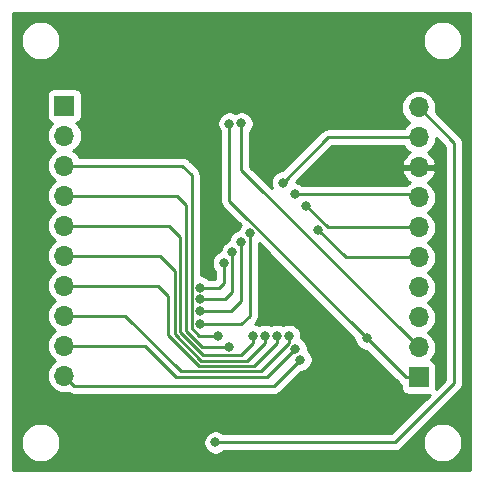
<source format=gbl>
G04 #@! TF.GenerationSoftware,KiCad,Pcbnew,(5.1.0)-1*
G04 #@! TF.CreationDate,2019-08-01T13:02:20+05:30*
G04 #@! TF.ProjectId,AR0135_STM32F746G-DISCO_adapter_rev1,41523031-3335-45f5-9354-4d3332463734,rev?*
G04 #@! TF.SameCoordinates,Original*
G04 #@! TF.FileFunction,Copper,L2,Bot*
G04 #@! TF.FilePolarity,Positive*
%FSLAX46Y46*%
G04 Gerber Fmt 4.6, Leading zero omitted, Abs format (unit mm)*
G04 Created by KiCad (PCBNEW (5.1.0)-1) date 2019-08-01 13:02:20*
%MOMM*%
%LPD*%
G04 APERTURE LIST*
%ADD10R,1.700000X1.700000*%
%ADD11O,1.700000X1.700000*%
%ADD12C,0.800000*%
%ADD13C,0.250000*%
%ADD14C,0.254000*%
G04 APERTURE END LIST*
D10*
X15000000Y-18500000D03*
D11*
X15000000Y-21040000D03*
X15000000Y-23580000D03*
X15000000Y-26120000D03*
X15000000Y-28660000D03*
X15000000Y-31200000D03*
X15000000Y-33740000D03*
X15000000Y-36280000D03*
X15000000Y-38820000D03*
X15000000Y-41360000D03*
X45000000Y-18640000D03*
X45000000Y-21180000D03*
X45000000Y-23720000D03*
X45000000Y-26260000D03*
X45000000Y-28800000D03*
X45000000Y-31340000D03*
X45000000Y-33880000D03*
X45000000Y-36420000D03*
X45000000Y-38960000D03*
D10*
X45000000Y-41500000D03*
D12*
X26200000Y-45000000D03*
X42000000Y-44000000D03*
X19500000Y-17000000D03*
X34800000Y-15000000D03*
X27975000Y-38000000D03*
X28975000Y-38900000D03*
X31000000Y-38000000D03*
X32012653Y-37987347D03*
X33031672Y-37981061D03*
X34031482Y-38000615D03*
X34563523Y-39058802D03*
X35000000Y-40000000D03*
X28987347Y-20012653D03*
X40600000Y-38200000D03*
X30000000Y-20000000D03*
X28512347Y-31800000D03*
X36487347Y-29012653D03*
X26500000Y-33899994D03*
X35500000Y-27000000D03*
X29237347Y-30900000D03*
X26500000Y-34899997D03*
X34500000Y-26000000D03*
X29962347Y-30019761D03*
X26500000Y-35900000D03*
X33500000Y-25000000D03*
X30687347Y-29312653D03*
X26500000Y-37000000D03*
X27800000Y-47000000D03*
D13*
X24980000Y-23580000D02*
X15000000Y-23580000D01*
X25774999Y-24374999D02*
X24980000Y-23580000D01*
X25774999Y-37348001D02*
X25774999Y-24374999D01*
X26426998Y-38000000D02*
X25774999Y-37348001D01*
X27975000Y-38000000D02*
X26426998Y-38000000D01*
X26690588Y-38900000D02*
X25324989Y-37534401D01*
X28975000Y-38900000D02*
X26690588Y-38900000D01*
X25324989Y-37534401D02*
X25324989Y-26924989D01*
X24520000Y-26120000D02*
X15000000Y-26120000D01*
X25324989Y-26924989D02*
X24520000Y-26120000D01*
X26779179Y-39625001D02*
X24800000Y-37645822D01*
X29940684Y-39625001D02*
X26779179Y-39625001D01*
X31000000Y-38000000D02*
X31000000Y-38565685D01*
X31000000Y-38565685D02*
X29940684Y-39625001D01*
X24800000Y-37645822D02*
X24800000Y-29600000D01*
X23860000Y-28660000D02*
X15000000Y-28660000D01*
X24800000Y-29600000D02*
X23860000Y-28660000D01*
X26592778Y-40075010D02*
X24349990Y-37832222D01*
X30490675Y-40075010D02*
X26592778Y-40075010D01*
X32012653Y-37987347D02*
X32012653Y-38553032D01*
X32012653Y-38553032D02*
X30490675Y-40075010D01*
X24349990Y-37832222D02*
X24349990Y-32449990D01*
X23100000Y-31200000D02*
X15000000Y-31200000D01*
X24349990Y-32449990D02*
X23100000Y-31200000D01*
X33031672Y-38546746D02*
X31053398Y-40525020D01*
X33031672Y-37981061D02*
X33031672Y-38546746D01*
X31053398Y-40525020D02*
X26406377Y-40525019D01*
X26406377Y-40525019D02*
X23800000Y-37918642D01*
X22940000Y-33740000D02*
X23800000Y-34600000D01*
X15000000Y-33740000D02*
X22940000Y-33740000D01*
X23800000Y-37918642D02*
X23800000Y-34600000D01*
X34031482Y-38000615D02*
X34031482Y-38566300D01*
X34031482Y-38566300D02*
X31622754Y-40975028D01*
X15000000Y-36280000D02*
X20180000Y-36280000D01*
X20180000Y-36280000D02*
X24875028Y-40975028D01*
X24875028Y-40975028D02*
X31622754Y-40975028D01*
X32197287Y-41425038D02*
X24425038Y-41425038D01*
X34563523Y-39058802D02*
X32197287Y-41425038D01*
X24425038Y-41425038D02*
X21800000Y-38800000D01*
X21780000Y-38820000D02*
X15000000Y-38820000D01*
X21800000Y-38800000D02*
X21780000Y-38820000D01*
X32790001Y-42209999D02*
X35000000Y-40000000D01*
X15000000Y-41360000D02*
X15849999Y-42209999D01*
X15849999Y-42209999D02*
X32790001Y-42209999D01*
X43900000Y-41500000D02*
X45000000Y-41500000D01*
X28987347Y-20012653D02*
X28987347Y-26587347D01*
X28987347Y-26587347D02*
X40600000Y-38200000D01*
X40600000Y-38200000D02*
X43900000Y-41500000D01*
X30000000Y-23960000D02*
X45000000Y-38960000D01*
X30000000Y-20000000D02*
X30000000Y-23960000D01*
X28512347Y-33487653D02*
X28512347Y-31800000D01*
X38814694Y-31340000D02*
X45000000Y-31340000D01*
X36487347Y-29012653D02*
X38814694Y-31340000D01*
X28100006Y-33899994D02*
X28512347Y-33487653D01*
X26500000Y-33899994D02*
X28100006Y-33899994D01*
X37300000Y-28800000D02*
X45000000Y-28800000D01*
X35500000Y-27000000D02*
X37300000Y-28800000D01*
X29237347Y-34262653D02*
X29237347Y-30900000D01*
X28600003Y-34899997D02*
X29237347Y-34262653D01*
X26500000Y-34899997D02*
X28600003Y-34899997D01*
X44740000Y-26000000D02*
X45000000Y-26260000D01*
X34500000Y-26000000D02*
X44740000Y-26000000D01*
X29962347Y-35037653D02*
X29962347Y-30019761D01*
X29100000Y-35900000D02*
X29962347Y-35037653D01*
X26500000Y-35900000D02*
X29100000Y-35900000D01*
X37320000Y-21180000D02*
X45000000Y-21180000D01*
X33500000Y-25000000D02*
X37320000Y-21180000D01*
X30687347Y-36312653D02*
X30687347Y-29312653D01*
X30000000Y-37000000D02*
X30687347Y-36312653D01*
X26500000Y-37000000D02*
X30000000Y-37000000D01*
X45000000Y-18640000D02*
X48000000Y-21640000D01*
X48000000Y-21640000D02*
X48000000Y-42000000D01*
X48000000Y-42000000D02*
X43000000Y-47000000D01*
X43000000Y-47000000D02*
X27800000Y-47000000D01*
D14*
G36*
X49340000Y-49340000D02*
G01*
X10660000Y-49340000D01*
X10660000Y-46854042D01*
X11295000Y-46854042D01*
X11295000Y-47185958D01*
X11359754Y-47511496D01*
X11486772Y-47818147D01*
X11671175Y-48094125D01*
X11905875Y-48328825D01*
X12181853Y-48513228D01*
X12488504Y-48640246D01*
X12814042Y-48705000D01*
X13145958Y-48705000D01*
X13471496Y-48640246D01*
X13778147Y-48513228D01*
X14054125Y-48328825D01*
X14288825Y-48094125D01*
X14473228Y-47818147D01*
X14600246Y-47511496D01*
X14665000Y-47185958D01*
X14665000Y-46854042D01*
X14600246Y-46528504D01*
X14473228Y-46221853D01*
X14288825Y-45945875D01*
X14054125Y-45711175D01*
X13778147Y-45526772D01*
X13471496Y-45399754D01*
X13145958Y-45335000D01*
X12814042Y-45335000D01*
X12488504Y-45399754D01*
X12181853Y-45526772D01*
X11905875Y-45711175D01*
X11671175Y-45945875D01*
X11486772Y-46221853D01*
X11359754Y-46528504D01*
X11295000Y-46854042D01*
X10660000Y-46854042D01*
X10660000Y-21040000D01*
X13507815Y-21040000D01*
X13536487Y-21331111D01*
X13621401Y-21611034D01*
X13759294Y-21869014D01*
X13944866Y-22095134D01*
X14170986Y-22280706D01*
X14225791Y-22310000D01*
X14170986Y-22339294D01*
X13944866Y-22524866D01*
X13759294Y-22750986D01*
X13621401Y-23008966D01*
X13536487Y-23288889D01*
X13507815Y-23580000D01*
X13536487Y-23871111D01*
X13621401Y-24151034D01*
X13759294Y-24409014D01*
X13944866Y-24635134D01*
X14170986Y-24820706D01*
X14225791Y-24850000D01*
X14170986Y-24879294D01*
X13944866Y-25064866D01*
X13759294Y-25290986D01*
X13621401Y-25548966D01*
X13536487Y-25828889D01*
X13507815Y-26120000D01*
X13536487Y-26411111D01*
X13621401Y-26691034D01*
X13759294Y-26949014D01*
X13944866Y-27175134D01*
X14170986Y-27360706D01*
X14225791Y-27390000D01*
X14170986Y-27419294D01*
X13944866Y-27604866D01*
X13759294Y-27830986D01*
X13621401Y-28088966D01*
X13536487Y-28368889D01*
X13507815Y-28660000D01*
X13536487Y-28951111D01*
X13621401Y-29231034D01*
X13759294Y-29489014D01*
X13944866Y-29715134D01*
X14170986Y-29900706D01*
X14225791Y-29930000D01*
X14170986Y-29959294D01*
X13944866Y-30144866D01*
X13759294Y-30370986D01*
X13621401Y-30628966D01*
X13536487Y-30908889D01*
X13507815Y-31200000D01*
X13536487Y-31491111D01*
X13621401Y-31771034D01*
X13759294Y-32029014D01*
X13944866Y-32255134D01*
X14170986Y-32440706D01*
X14225791Y-32470000D01*
X14170986Y-32499294D01*
X13944866Y-32684866D01*
X13759294Y-32910986D01*
X13621401Y-33168966D01*
X13536487Y-33448889D01*
X13507815Y-33740000D01*
X13536487Y-34031111D01*
X13621401Y-34311034D01*
X13759294Y-34569014D01*
X13944866Y-34795134D01*
X14170986Y-34980706D01*
X14225791Y-35010000D01*
X14170986Y-35039294D01*
X13944866Y-35224866D01*
X13759294Y-35450986D01*
X13621401Y-35708966D01*
X13536487Y-35988889D01*
X13507815Y-36280000D01*
X13536487Y-36571111D01*
X13621401Y-36851034D01*
X13759294Y-37109014D01*
X13944866Y-37335134D01*
X14170986Y-37520706D01*
X14225791Y-37550000D01*
X14170986Y-37579294D01*
X13944866Y-37764866D01*
X13759294Y-37990986D01*
X13621401Y-38248966D01*
X13536487Y-38528889D01*
X13507815Y-38820000D01*
X13536487Y-39111111D01*
X13621401Y-39391034D01*
X13759294Y-39649014D01*
X13944866Y-39875134D01*
X14170986Y-40060706D01*
X14225791Y-40090000D01*
X14170986Y-40119294D01*
X13944866Y-40304866D01*
X13759294Y-40530986D01*
X13621401Y-40788966D01*
X13536487Y-41068889D01*
X13507815Y-41360000D01*
X13536487Y-41651111D01*
X13621401Y-41931034D01*
X13759294Y-42189014D01*
X13944866Y-42415134D01*
X14170986Y-42600706D01*
X14428966Y-42738599D01*
X14708889Y-42823513D01*
X14927050Y-42845000D01*
X15072950Y-42845000D01*
X15291111Y-42823513D01*
X15370302Y-42799491D01*
X15425722Y-42844973D01*
X15557752Y-42915545D01*
X15701013Y-42959002D01*
X15812666Y-42969999D01*
X15812675Y-42969999D01*
X15849998Y-42973675D01*
X15887321Y-42969999D01*
X32752679Y-42969999D01*
X32790001Y-42973675D01*
X32827323Y-42969999D01*
X32827334Y-42969999D01*
X32938987Y-42959002D01*
X33082248Y-42915545D01*
X33214277Y-42844973D01*
X33330002Y-42750000D01*
X33353805Y-42720996D01*
X35039802Y-41035000D01*
X35101939Y-41035000D01*
X35301898Y-40995226D01*
X35490256Y-40917205D01*
X35659774Y-40803937D01*
X35803937Y-40659774D01*
X35917205Y-40490256D01*
X35995226Y-40301898D01*
X36035000Y-40101939D01*
X36035000Y-39898061D01*
X35995226Y-39698102D01*
X35917205Y-39509744D01*
X35803937Y-39340226D01*
X35659774Y-39196063D01*
X35598523Y-39155137D01*
X35598523Y-38956863D01*
X35558749Y-38756904D01*
X35480728Y-38568546D01*
X35367460Y-38399028D01*
X35223297Y-38254865D01*
X35058137Y-38144509D01*
X35066482Y-38102554D01*
X35066482Y-37898676D01*
X35026708Y-37698717D01*
X34948687Y-37510359D01*
X34835419Y-37340841D01*
X34691256Y-37196678D01*
X34521738Y-37083410D01*
X34333380Y-37005389D01*
X34133421Y-36965615D01*
X33929543Y-36965615D01*
X33729584Y-37005389D01*
X33547379Y-37080861D01*
X33521928Y-37063856D01*
X33333570Y-36985835D01*
X33133611Y-36946061D01*
X32929733Y-36946061D01*
X32729774Y-36985835D01*
X32541416Y-37063856D01*
X32517459Y-37079864D01*
X32502909Y-37070142D01*
X32314551Y-36992121D01*
X32114592Y-36952347D01*
X31910714Y-36952347D01*
X31710755Y-36992121D01*
X31522397Y-37070142D01*
X31496858Y-37087206D01*
X31490256Y-37082795D01*
X31301898Y-37004774D01*
X31108498Y-36966305D01*
X31198356Y-36876447D01*
X31227348Y-36852654D01*
X31251142Y-36823661D01*
X31251146Y-36823657D01*
X31322320Y-36736930D01*
X31322321Y-36736929D01*
X31392893Y-36604900D01*
X31436350Y-36461639D01*
X31447347Y-36349986D01*
X31447347Y-36349977D01*
X31451023Y-36312654D01*
X31447347Y-36275331D01*
X31447347Y-30122148D01*
X39565000Y-38239802D01*
X39565000Y-38301939D01*
X39604774Y-38501898D01*
X39682795Y-38690256D01*
X39796063Y-38859774D01*
X39940226Y-39003937D01*
X40109744Y-39117205D01*
X40298102Y-39195226D01*
X40498061Y-39235000D01*
X40560199Y-39235000D01*
X43336201Y-42011003D01*
X43359999Y-42040001D01*
X43475724Y-42134974D01*
X43511928Y-42154326D01*
X43511928Y-42350000D01*
X43524188Y-42474482D01*
X43560498Y-42594180D01*
X43619463Y-42704494D01*
X43698815Y-42801185D01*
X43795506Y-42880537D01*
X43905820Y-42939502D01*
X44025518Y-42975812D01*
X44150000Y-42988072D01*
X45850000Y-42988072D01*
X45946645Y-42978554D01*
X42685199Y-46240000D01*
X28503711Y-46240000D01*
X28459774Y-46196063D01*
X28290256Y-46082795D01*
X28101898Y-46004774D01*
X27901939Y-45965000D01*
X27698061Y-45965000D01*
X27498102Y-46004774D01*
X27309744Y-46082795D01*
X27140226Y-46196063D01*
X26996063Y-46340226D01*
X26882795Y-46509744D01*
X26804774Y-46698102D01*
X26765000Y-46898061D01*
X26765000Y-47101939D01*
X26804774Y-47301898D01*
X26882795Y-47490256D01*
X26996063Y-47659774D01*
X27140226Y-47803937D01*
X27309744Y-47917205D01*
X27498102Y-47995226D01*
X27698061Y-48035000D01*
X27901939Y-48035000D01*
X28101898Y-47995226D01*
X28290256Y-47917205D01*
X28459774Y-47803937D01*
X28503711Y-47760000D01*
X42962678Y-47760000D01*
X43000000Y-47763676D01*
X43037322Y-47760000D01*
X43037333Y-47760000D01*
X43148986Y-47749003D01*
X43292247Y-47705546D01*
X43424276Y-47634974D01*
X43540001Y-47540001D01*
X43563804Y-47510997D01*
X44220759Y-46854042D01*
X45335000Y-46854042D01*
X45335000Y-47185958D01*
X45399754Y-47511496D01*
X45526772Y-47818147D01*
X45711175Y-48094125D01*
X45945875Y-48328825D01*
X46221853Y-48513228D01*
X46528504Y-48640246D01*
X46854042Y-48705000D01*
X47185958Y-48705000D01*
X47511496Y-48640246D01*
X47818147Y-48513228D01*
X48094125Y-48328825D01*
X48328825Y-48094125D01*
X48513228Y-47818147D01*
X48640246Y-47511496D01*
X48705000Y-47185958D01*
X48705000Y-46854042D01*
X48640246Y-46528504D01*
X48513228Y-46221853D01*
X48328825Y-45945875D01*
X48094125Y-45711175D01*
X47818147Y-45526772D01*
X47511496Y-45399754D01*
X47185958Y-45335000D01*
X46854042Y-45335000D01*
X46528504Y-45399754D01*
X46221853Y-45526772D01*
X45945875Y-45711175D01*
X45711175Y-45945875D01*
X45526772Y-46221853D01*
X45399754Y-46528504D01*
X45335000Y-46854042D01*
X44220759Y-46854042D01*
X48511003Y-42563799D01*
X48540001Y-42540001D01*
X48634974Y-42424276D01*
X48705546Y-42292247D01*
X48749003Y-42148986D01*
X48760000Y-42037333D01*
X48760000Y-42037323D01*
X48763676Y-42000000D01*
X48760000Y-41962677D01*
X48760000Y-21677325D01*
X48763676Y-21640000D01*
X48760000Y-21602675D01*
X48760000Y-21602667D01*
X48749003Y-21491014D01*
X48705546Y-21347753D01*
X48634974Y-21215724D01*
X48540001Y-21099999D01*
X48511004Y-21076202D01*
X46440797Y-19005996D01*
X46463513Y-18931111D01*
X46492185Y-18640000D01*
X46463513Y-18348889D01*
X46378599Y-18068966D01*
X46240706Y-17810986D01*
X46055134Y-17584866D01*
X45829014Y-17399294D01*
X45571034Y-17261401D01*
X45291111Y-17176487D01*
X45072950Y-17155000D01*
X44927050Y-17155000D01*
X44708889Y-17176487D01*
X44428966Y-17261401D01*
X44170986Y-17399294D01*
X43944866Y-17584866D01*
X43759294Y-17810986D01*
X43621401Y-18068966D01*
X43536487Y-18348889D01*
X43507815Y-18640000D01*
X43536487Y-18931111D01*
X43621401Y-19211034D01*
X43759294Y-19469014D01*
X43944866Y-19695134D01*
X44170986Y-19880706D01*
X44225791Y-19910000D01*
X44170986Y-19939294D01*
X43944866Y-20124866D01*
X43759294Y-20350986D01*
X43722405Y-20420000D01*
X37357323Y-20420000D01*
X37320000Y-20416324D01*
X37282677Y-20420000D01*
X37282667Y-20420000D01*
X37171014Y-20430997D01*
X37027753Y-20474454D01*
X36895724Y-20545026D01*
X36779999Y-20639999D01*
X36756201Y-20668997D01*
X33460199Y-23965000D01*
X33398061Y-23965000D01*
X33198102Y-24004774D01*
X33009744Y-24082795D01*
X32840226Y-24196063D01*
X32696063Y-24340226D01*
X32582795Y-24509744D01*
X32504774Y-24698102D01*
X32465000Y-24898061D01*
X32465000Y-25101939D01*
X32504774Y-25301898D01*
X32567053Y-25452252D01*
X30760000Y-23645199D01*
X30760000Y-20703711D01*
X30803937Y-20659774D01*
X30917205Y-20490256D01*
X30995226Y-20301898D01*
X31035000Y-20101939D01*
X31035000Y-19898061D01*
X30995226Y-19698102D01*
X30917205Y-19509744D01*
X30803937Y-19340226D01*
X30659774Y-19196063D01*
X30490256Y-19082795D01*
X30301898Y-19004774D01*
X30101939Y-18965000D01*
X29898061Y-18965000D01*
X29698102Y-19004774D01*
X29509744Y-19082795D01*
X29484205Y-19099859D01*
X29477603Y-19095448D01*
X29289245Y-19017427D01*
X29089286Y-18977653D01*
X28885408Y-18977653D01*
X28685449Y-19017427D01*
X28497091Y-19095448D01*
X28327573Y-19208716D01*
X28183410Y-19352879D01*
X28070142Y-19522397D01*
X27992121Y-19710755D01*
X27952347Y-19910714D01*
X27952347Y-20114592D01*
X27992121Y-20314551D01*
X28070142Y-20502909D01*
X28183410Y-20672427D01*
X28227347Y-20716364D01*
X28227348Y-26550015D01*
X28223671Y-26587347D01*
X28227348Y-26624680D01*
X28238345Y-26736333D01*
X28244000Y-26754974D01*
X28281801Y-26879593D01*
X28352373Y-27011623D01*
X28403544Y-27073974D01*
X28447347Y-27127348D01*
X28476345Y-27151146D01*
X29930744Y-28605545D01*
X29883410Y-28652879D01*
X29770142Y-28822397D01*
X29692121Y-29010755D01*
X29690572Y-29018543D01*
X29660449Y-29024535D01*
X29472091Y-29102556D01*
X29302573Y-29215824D01*
X29158410Y-29359987D01*
X29045142Y-29529505D01*
X28967121Y-29717863D01*
X28929448Y-29907260D01*
X28747091Y-29982795D01*
X28577573Y-30096063D01*
X28433410Y-30240226D01*
X28320142Y-30409744D01*
X28242121Y-30598102D01*
X28202347Y-30798061D01*
X28202347Y-30808130D01*
X28022091Y-30882795D01*
X27852573Y-30996063D01*
X27708410Y-31140226D01*
X27595142Y-31309744D01*
X27517121Y-31498102D01*
X27477347Y-31698061D01*
X27477347Y-31901939D01*
X27517121Y-32101898D01*
X27595142Y-32290256D01*
X27708410Y-32459774D01*
X27752348Y-32503712D01*
X27752347Y-33139994D01*
X27203711Y-33139994D01*
X27159774Y-33096057D01*
X26990256Y-32982789D01*
X26801898Y-32904768D01*
X26601939Y-32864994D01*
X26534999Y-32864994D01*
X26534999Y-24412321D01*
X26538675Y-24374998D01*
X26534999Y-24337675D01*
X26534999Y-24337666D01*
X26524002Y-24226013D01*
X26480545Y-24082752D01*
X26409973Y-23950723D01*
X26315000Y-23834998D01*
X26286001Y-23811200D01*
X25543803Y-23069002D01*
X25520001Y-23039999D01*
X25404276Y-22945026D01*
X25272247Y-22874454D01*
X25128986Y-22830997D01*
X25017333Y-22820000D01*
X25017322Y-22820000D01*
X24980000Y-22816324D01*
X24942678Y-22820000D01*
X16277595Y-22820000D01*
X16240706Y-22750986D01*
X16055134Y-22524866D01*
X15829014Y-22339294D01*
X15774209Y-22310000D01*
X15829014Y-22280706D01*
X16055134Y-22095134D01*
X16240706Y-21869014D01*
X16378599Y-21611034D01*
X16463513Y-21331111D01*
X16492185Y-21040000D01*
X16463513Y-20748889D01*
X16378599Y-20468966D01*
X16240706Y-20210986D01*
X16055134Y-19984866D01*
X16025313Y-19960393D01*
X16094180Y-19939502D01*
X16204494Y-19880537D01*
X16301185Y-19801185D01*
X16380537Y-19704494D01*
X16439502Y-19594180D01*
X16475812Y-19474482D01*
X16488072Y-19350000D01*
X16488072Y-17650000D01*
X16475812Y-17525518D01*
X16439502Y-17405820D01*
X16380537Y-17295506D01*
X16301185Y-17198815D01*
X16204494Y-17119463D01*
X16094180Y-17060498D01*
X15974482Y-17024188D01*
X15850000Y-17011928D01*
X14150000Y-17011928D01*
X14025518Y-17024188D01*
X13905820Y-17060498D01*
X13795506Y-17119463D01*
X13698815Y-17198815D01*
X13619463Y-17295506D01*
X13560498Y-17405820D01*
X13524188Y-17525518D01*
X13511928Y-17650000D01*
X13511928Y-19350000D01*
X13524188Y-19474482D01*
X13560498Y-19594180D01*
X13619463Y-19704494D01*
X13698815Y-19801185D01*
X13795506Y-19880537D01*
X13905820Y-19939502D01*
X13974687Y-19960393D01*
X13944866Y-19984866D01*
X13759294Y-20210986D01*
X13621401Y-20468966D01*
X13536487Y-20748889D01*
X13507815Y-21040000D01*
X10660000Y-21040000D01*
X10660000Y-12814042D01*
X11295000Y-12814042D01*
X11295000Y-13145958D01*
X11359754Y-13471496D01*
X11486772Y-13778147D01*
X11671175Y-14054125D01*
X11905875Y-14288825D01*
X12181853Y-14473228D01*
X12488504Y-14600246D01*
X12814042Y-14665000D01*
X13145958Y-14665000D01*
X13471496Y-14600246D01*
X13778147Y-14473228D01*
X14054125Y-14288825D01*
X14288825Y-14054125D01*
X14473228Y-13778147D01*
X14600246Y-13471496D01*
X14665000Y-13145958D01*
X14665000Y-12814042D01*
X45335000Y-12814042D01*
X45335000Y-13145958D01*
X45399754Y-13471496D01*
X45526772Y-13778147D01*
X45711175Y-14054125D01*
X45945875Y-14288825D01*
X46221853Y-14473228D01*
X46528504Y-14600246D01*
X46854042Y-14665000D01*
X47185958Y-14665000D01*
X47511496Y-14600246D01*
X47818147Y-14473228D01*
X48094125Y-14288825D01*
X48328825Y-14054125D01*
X48513228Y-13778147D01*
X48640246Y-13471496D01*
X48705000Y-13145958D01*
X48705000Y-12814042D01*
X48640246Y-12488504D01*
X48513228Y-12181853D01*
X48328825Y-11905875D01*
X48094125Y-11671175D01*
X47818147Y-11486772D01*
X47511496Y-11359754D01*
X47185958Y-11295000D01*
X46854042Y-11295000D01*
X46528504Y-11359754D01*
X46221853Y-11486772D01*
X45945875Y-11671175D01*
X45711175Y-11905875D01*
X45526772Y-12181853D01*
X45399754Y-12488504D01*
X45335000Y-12814042D01*
X14665000Y-12814042D01*
X14600246Y-12488504D01*
X14473228Y-12181853D01*
X14288825Y-11905875D01*
X14054125Y-11671175D01*
X13778147Y-11486772D01*
X13471496Y-11359754D01*
X13145958Y-11295000D01*
X12814042Y-11295000D01*
X12488504Y-11359754D01*
X12181853Y-11486772D01*
X11905875Y-11671175D01*
X11671175Y-11905875D01*
X11486772Y-12181853D01*
X11359754Y-12488504D01*
X11295000Y-12814042D01*
X10660000Y-12814042D01*
X10660000Y-10660000D01*
X49340001Y-10660000D01*
X49340000Y-49340000D01*
X49340000Y-49340000D01*
G37*
X49340000Y-49340000D02*
X10660000Y-49340000D01*
X10660000Y-46854042D01*
X11295000Y-46854042D01*
X11295000Y-47185958D01*
X11359754Y-47511496D01*
X11486772Y-47818147D01*
X11671175Y-48094125D01*
X11905875Y-48328825D01*
X12181853Y-48513228D01*
X12488504Y-48640246D01*
X12814042Y-48705000D01*
X13145958Y-48705000D01*
X13471496Y-48640246D01*
X13778147Y-48513228D01*
X14054125Y-48328825D01*
X14288825Y-48094125D01*
X14473228Y-47818147D01*
X14600246Y-47511496D01*
X14665000Y-47185958D01*
X14665000Y-46854042D01*
X14600246Y-46528504D01*
X14473228Y-46221853D01*
X14288825Y-45945875D01*
X14054125Y-45711175D01*
X13778147Y-45526772D01*
X13471496Y-45399754D01*
X13145958Y-45335000D01*
X12814042Y-45335000D01*
X12488504Y-45399754D01*
X12181853Y-45526772D01*
X11905875Y-45711175D01*
X11671175Y-45945875D01*
X11486772Y-46221853D01*
X11359754Y-46528504D01*
X11295000Y-46854042D01*
X10660000Y-46854042D01*
X10660000Y-21040000D01*
X13507815Y-21040000D01*
X13536487Y-21331111D01*
X13621401Y-21611034D01*
X13759294Y-21869014D01*
X13944866Y-22095134D01*
X14170986Y-22280706D01*
X14225791Y-22310000D01*
X14170986Y-22339294D01*
X13944866Y-22524866D01*
X13759294Y-22750986D01*
X13621401Y-23008966D01*
X13536487Y-23288889D01*
X13507815Y-23580000D01*
X13536487Y-23871111D01*
X13621401Y-24151034D01*
X13759294Y-24409014D01*
X13944866Y-24635134D01*
X14170986Y-24820706D01*
X14225791Y-24850000D01*
X14170986Y-24879294D01*
X13944866Y-25064866D01*
X13759294Y-25290986D01*
X13621401Y-25548966D01*
X13536487Y-25828889D01*
X13507815Y-26120000D01*
X13536487Y-26411111D01*
X13621401Y-26691034D01*
X13759294Y-26949014D01*
X13944866Y-27175134D01*
X14170986Y-27360706D01*
X14225791Y-27390000D01*
X14170986Y-27419294D01*
X13944866Y-27604866D01*
X13759294Y-27830986D01*
X13621401Y-28088966D01*
X13536487Y-28368889D01*
X13507815Y-28660000D01*
X13536487Y-28951111D01*
X13621401Y-29231034D01*
X13759294Y-29489014D01*
X13944866Y-29715134D01*
X14170986Y-29900706D01*
X14225791Y-29930000D01*
X14170986Y-29959294D01*
X13944866Y-30144866D01*
X13759294Y-30370986D01*
X13621401Y-30628966D01*
X13536487Y-30908889D01*
X13507815Y-31200000D01*
X13536487Y-31491111D01*
X13621401Y-31771034D01*
X13759294Y-32029014D01*
X13944866Y-32255134D01*
X14170986Y-32440706D01*
X14225791Y-32470000D01*
X14170986Y-32499294D01*
X13944866Y-32684866D01*
X13759294Y-32910986D01*
X13621401Y-33168966D01*
X13536487Y-33448889D01*
X13507815Y-33740000D01*
X13536487Y-34031111D01*
X13621401Y-34311034D01*
X13759294Y-34569014D01*
X13944866Y-34795134D01*
X14170986Y-34980706D01*
X14225791Y-35010000D01*
X14170986Y-35039294D01*
X13944866Y-35224866D01*
X13759294Y-35450986D01*
X13621401Y-35708966D01*
X13536487Y-35988889D01*
X13507815Y-36280000D01*
X13536487Y-36571111D01*
X13621401Y-36851034D01*
X13759294Y-37109014D01*
X13944866Y-37335134D01*
X14170986Y-37520706D01*
X14225791Y-37550000D01*
X14170986Y-37579294D01*
X13944866Y-37764866D01*
X13759294Y-37990986D01*
X13621401Y-38248966D01*
X13536487Y-38528889D01*
X13507815Y-38820000D01*
X13536487Y-39111111D01*
X13621401Y-39391034D01*
X13759294Y-39649014D01*
X13944866Y-39875134D01*
X14170986Y-40060706D01*
X14225791Y-40090000D01*
X14170986Y-40119294D01*
X13944866Y-40304866D01*
X13759294Y-40530986D01*
X13621401Y-40788966D01*
X13536487Y-41068889D01*
X13507815Y-41360000D01*
X13536487Y-41651111D01*
X13621401Y-41931034D01*
X13759294Y-42189014D01*
X13944866Y-42415134D01*
X14170986Y-42600706D01*
X14428966Y-42738599D01*
X14708889Y-42823513D01*
X14927050Y-42845000D01*
X15072950Y-42845000D01*
X15291111Y-42823513D01*
X15370302Y-42799491D01*
X15425722Y-42844973D01*
X15557752Y-42915545D01*
X15701013Y-42959002D01*
X15812666Y-42969999D01*
X15812675Y-42969999D01*
X15849998Y-42973675D01*
X15887321Y-42969999D01*
X32752679Y-42969999D01*
X32790001Y-42973675D01*
X32827323Y-42969999D01*
X32827334Y-42969999D01*
X32938987Y-42959002D01*
X33082248Y-42915545D01*
X33214277Y-42844973D01*
X33330002Y-42750000D01*
X33353805Y-42720996D01*
X35039802Y-41035000D01*
X35101939Y-41035000D01*
X35301898Y-40995226D01*
X35490256Y-40917205D01*
X35659774Y-40803937D01*
X35803937Y-40659774D01*
X35917205Y-40490256D01*
X35995226Y-40301898D01*
X36035000Y-40101939D01*
X36035000Y-39898061D01*
X35995226Y-39698102D01*
X35917205Y-39509744D01*
X35803937Y-39340226D01*
X35659774Y-39196063D01*
X35598523Y-39155137D01*
X35598523Y-38956863D01*
X35558749Y-38756904D01*
X35480728Y-38568546D01*
X35367460Y-38399028D01*
X35223297Y-38254865D01*
X35058137Y-38144509D01*
X35066482Y-38102554D01*
X35066482Y-37898676D01*
X35026708Y-37698717D01*
X34948687Y-37510359D01*
X34835419Y-37340841D01*
X34691256Y-37196678D01*
X34521738Y-37083410D01*
X34333380Y-37005389D01*
X34133421Y-36965615D01*
X33929543Y-36965615D01*
X33729584Y-37005389D01*
X33547379Y-37080861D01*
X33521928Y-37063856D01*
X33333570Y-36985835D01*
X33133611Y-36946061D01*
X32929733Y-36946061D01*
X32729774Y-36985835D01*
X32541416Y-37063856D01*
X32517459Y-37079864D01*
X32502909Y-37070142D01*
X32314551Y-36992121D01*
X32114592Y-36952347D01*
X31910714Y-36952347D01*
X31710755Y-36992121D01*
X31522397Y-37070142D01*
X31496858Y-37087206D01*
X31490256Y-37082795D01*
X31301898Y-37004774D01*
X31108498Y-36966305D01*
X31198356Y-36876447D01*
X31227348Y-36852654D01*
X31251142Y-36823661D01*
X31251146Y-36823657D01*
X31322320Y-36736930D01*
X31322321Y-36736929D01*
X31392893Y-36604900D01*
X31436350Y-36461639D01*
X31447347Y-36349986D01*
X31447347Y-36349977D01*
X31451023Y-36312654D01*
X31447347Y-36275331D01*
X31447347Y-30122148D01*
X39565000Y-38239802D01*
X39565000Y-38301939D01*
X39604774Y-38501898D01*
X39682795Y-38690256D01*
X39796063Y-38859774D01*
X39940226Y-39003937D01*
X40109744Y-39117205D01*
X40298102Y-39195226D01*
X40498061Y-39235000D01*
X40560199Y-39235000D01*
X43336201Y-42011003D01*
X43359999Y-42040001D01*
X43475724Y-42134974D01*
X43511928Y-42154326D01*
X43511928Y-42350000D01*
X43524188Y-42474482D01*
X43560498Y-42594180D01*
X43619463Y-42704494D01*
X43698815Y-42801185D01*
X43795506Y-42880537D01*
X43905820Y-42939502D01*
X44025518Y-42975812D01*
X44150000Y-42988072D01*
X45850000Y-42988072D01*
X45946645Y-42978554D01*
X42685199Y-46240000D01*
X28503711Y-46240000D01*
X28459774Y-46196063D01*
X28290256Y-46082795D01*
X28101898Y-46004774D01*
X27901939Y-45965000D01*
X27698061Y-45965000D01*
X27498102Y-46004774D01*
X27309744Y-46082795D01*
X27140226Y-46196063D01*
X26996063Y-46340226D01*
X26882795Y-46509744D01*
X26804774Y-46698102D01*
X26765000Y-46898061D01*
X26765000Y-47101939D01*
X26804774Y-47301898D01*
X26882795Y-47490256D01*
X26996063Y-47659774D01*
X27140226Y-47803937D01*
X27309744Y-47917205D01*
X27498102Y-47995226D01*
X27698061Y-48035000D01*
X27901939Y-48035000D01*
X28101898Y-47995226D01*
X28290256Y-47917205D01*
X28459774Y-47803937D01*
X28503711Y-47760000D01*
X42962678Y-47760000D01*
X43000000Y-47763676D01*
X43037322Y-47760000D01*
X43037333Y-47760000D01*
X43148986Y-47749003D01*
X43292247Y-47705546D01*
X43424276Y-47634974D01*
X43540001Y-47540001D01*
X43563804Y-47510997D01*
X44220759Y-46854042D01*
X45335000Y-46854042D01*
X45335000Y-47185958D01*
X45399754Y-47511496D01*
X45526772Y-47818147D01*
X45711175Y-48094125D01*
X45945875Y-48328825D01*
X46221853Y-48513228D01*
X46528504Y-48640246D01*
X46854042Y-48705000D01*
X47185958Y-48705000D01*
X47511496Y-48640246D01*
X47818147Y-48513228D01*
X48094125Y-48328825D01*
X48328825Y-48094125D01*
X48513228Y-47818147D01*
X48640246Y-47511496D01*
X48705000Y-47185958D01*
X48705000Y-46854042D01*
X48640246Y-46528504D01*
X48513228Y-46221853D01*
X48328825Y-45945875D01*
X48094125Y-45711175D01*
X47818147Y-45526772D01*
X47511496Y-45399754D01*
X47185958Y-45335000D01*
X46854042Y-45335000D01*
X46528504Y-45399754D01*
X46221853Y-45526772D01*
X45945875Y-45711175D01*
X45711175Y-45945875D01*
X45526772Y-46221853D01*
X45399754Y-46528504D01*
X45335000Y-46854042D01*
X44220759Y-46854042D01*
X48511003Y-42563799D01*
X48540001Y-42540001D01*
X48634974Y-42424276D01*
X48705546Y-42292247D01*
X48749003Y-42148986D01*
X48760000Y-42037333D01*
X48760000Y-42037323D01*
X48763676Y-42000000D01*
X48760000Y-41962677D01*
X48760000Y-21677325D01*
X48763676Y-21640000D01*
X48760000Y-21602675D01*
X48760000Y-21602667D01*
X48749003Y-21491014D01*
X48705546Y-21347753D01*
X48634974Y-21215724D01*
X48540001Y-21099999D01*
X48511004Y-21076202D01*
X46440797Y-19005996D01*
X46463513Y-18931111D01*
X46492185Y-18640000D01*
X46463513Y-18348889D01*
X46378599Y-18068966D01*
X46240706Y-17810986D01*
X46055134Y-17584866D01*
X45829014Y-17399294D01*
X45571034Y-17261401D01*
X45291111Y-17176487D01*
X45072950Y-17155000D01*
X44927050Y-17155000D01*
X44708889Y-17176487D01*
X44428966Y-17261401D01*
X44170986Y-17399294D01*
X43944866Y-17584866D01*
X43759294Y-17810986D01*
X43621401Y-18068966D01*
X43536487Y-18348889D01*
X43507815Y-18640000D01*
X43536487Y-18931111D01*
X43621401Y-19211034D01*
X43759294Y-19469014D01*
X43944866Y-19695134D01*
X44170986Y-19880706D01*
X44225791Y-19910000D01*
X44170986Y-19939294D01*
X43944866Y-20124866D01*
X43759294Y-20350986D01*
X43722405Y-20420000D01*
X37357323Y-20420000D01*
X37320000Y-20416324D01*
X37282677Y-20420000D01*
X37282667Y-20420000D01*
X37171014Y-20430997D01*
X37027753Y-20474454D01*
X36895724Y-20545026D01*
X36779999Y-20639999D01*
X36756201Y-20668997D01*
X33460199Y-23965000D01*
X33398061Y-23965000D01*
X33198102Y-24004774D01*
X33009744Y-24082795D01*
X32840226Y-24196063D01*
X32696063Y-24340226D01*
X32582795Y-24509744D01*
X32504774Y-24698102D01*
X32465000Y-24898061D01*
X32465000Y-25101939D01*
X32504774Y-25301898D01*
X32567053Y-25452252D01*
X30760000Y-23645199D01*
X30760000Y-20703711D01*
X30803937Y-20659774D01*
X30917205Y-20490256D01*
X30995226Y-20301898D01*
X31035000Y-20101939D01*
X31035000Y-19898061D01*
X30995226Y-19698102D01*
X30917205Y-19509744D01*
X30803937Y-19340226D01*
X30659774Y-19196063D01*
X30490256Y-19082795D01*
X30301898Y-19004774D01*
X30101939Y-18965000D01*
X29898061Y-18965000D01*
X29698102Y-19004774D01*
X29509744Y-19082795D01*
X29484205Y-19099859D01*
X29477603Y-19095448D01*
X29289245Y-19017427D01*
X29089286Y-18977653D01*
X28885408Y-18977653D01*
X28685449Y-19017427D01*
X28497091Y-19095448D01*
X28327573Y-19208716D01*
X28183410Y-19352879D01*
X28070142Y-19522397D01*
X27992121Y-19710755D01*
X27952347Y-19910714D01*
X27952347Y-20114592D01*
X27992121Y-20314551D01*
X28070142Y-20502909D01*
X28183410Y-20672427D01*
X28227347Y-20716364D01*
X28227348Y-26550015D01*
X28223671Y-26587347D01*
X28227348Y-26624680D01*
X28238345Y-26736333D01*
X28244000Y-26754974D01*
X28281801Y-26879593D01*
X28352373Y-27011623D01*
X28403544Y-27073974D01*
X28447347Y-27127348D01*
X28476345Y-27151146D01*
X29930744Y-28605545D01*
X29883410Y-28652879D01*
X29770142Y-28822397D01*
X29692121Y-29010755D01*
X29690572Y-29018543D01*
X29660449Y-29024535D01*
X29472091Y-29102556D01*
X29302573Y-29215824D01*
X29158410Y-29359987D01*
X29045142Y-29529505D01*
X28967121Y-29717863D01*
X28929448Y-29907260D01*
X28747091Y-29982795D01*
X28577573Y-30096063D01*
X28433410Y-30240226D01*
X28320142Y-30409744D01*
X28242121Y-30598102D01*
X28202347Y-30798061D01*
X28202347Y-30808130D01*
X28022091Y-30882795D01*
X27852573Y-30996063D01*
X27708410Y-31140226D01*
X27595142Y-31309744D01*
X27517121Y-31498102D01*
X27477347Y-31698061D01*
X27477347Y-31901939D01*
X27517121Y-32101898D01*
X27595142Y-32290256D01*
X27708410Y-32459774D01*
X27752348Y-32503712D01*
X27752347Y-33139994D01*
X27203711Y-33139994D01*
X27159774Y-33096057D01*
X26990256Y-32982789D01*
X26801898Y-32904768D01*
X26601939Y-32864994D01*
X26534999Y-32864994D01*
X26534999Y-24412321D01*
X26538675Y-24374998D01*
X26534999Y-24337675D01*
X26534999Y-24337666D01*
X26524002Y-24226013D01*
X26480545Y-24082752D01*
X26409973Y-23950723D01*
X26315000Y-23834998D01*
X26286001Y-23811200D01*
X25543803Y-23069002D01*
X25520001Y-23039999D01*
X25404276Y-22945026D01*
X25272247Y-22874454D01*
X25128986Y-22830997D01*
X25017333Y-22820000D01*
X25017322Y-22820000D01*
X24980000Y-22816324D01*
X24942678Y-22820000D01*
X16277595Y-22820000D01*
X16240706Y-22750986D01*
X16055134Y-22524866D01*
X15829014Y-22339294D01*
X15774209Y-22310000D01*
X15829014Y-22280706D01*
X16055134Y-22095134D01*
X16240706Y-21869014D01*
X16378599Y-21611034D01*
X16463513Y-21331111D01*
X16492185Y-21040000D01*
X16463513Y-20748889D01*
X16378599Y-20468966D01*
X16240706Y-20210986D01*
X16055134Y-19984866D01*
X16025313Y-19960393D01*
X16094180Y-19939502D01*
X16204494Y-19880537D01*
X16301185Y-19801185D01*
X16380537Y-19704494D01*
X16439502Y-19594180D01*
X16475812Y-19474482D01*
X16488072Y-19350000D01*
X16488072Y-17650000D01*
X16475812Y-17525518D01*
X16439502Y-17405820D01*
X16380537Y-17295506D01*
X16301185Y-17198815D01*
X16204494Y-17119463D01*
X16094180Y-17060498D01*
X15974482Y-17024188D01*
X15850000Y-17011928D01*
X14150000Y-17011928D01*
X14025518Y-17024188D01*
X13905820Y-17060498D01*
X13795506Y-17119463D01*
X13698815Y-17198815D01*
X13619463Y-17295506D01*
X13560498Y-17405820D01*
X13524188Y-17525518D01*
X13511928Y-17650000D01*
X13511928Y-19350000D01*
X13524188Y-19474482D01*
X13560498Y-19594180D01*
X13619463Y-19704494D01*
X13698815Y-19801185D01*
X13795506Y-19880537D01*
X13905820Y-19939502D01*
X13974687Y-19960393D01*
X13944866Y-19984866D01*
X13759294Y-20210986D01*
X13621401Y-20468966D01*
X13536487Y-20748889D01*
X13507815Y-21040000D01*
X10660000Y-21040000D01*
X10660000Y-12814042D01*
X11295000Y-12814042D01*
X11295000Y-13145958D01*
X11359754Y-13471496D01*
X11486772Y-13778147D01*
X11671175Y-14054125D01*
X11905875Y-14288825D01*
X12181853Y-14473228D01*
X12488504Y-14600246D01*
X12814042Y-14665000D01*
X13145958Y-14665000D01*
X13471496Y-14600246D01*
X13778147Y-14473228D01*
X14054125Y-14288825D01*
X14288825Y-14054125D01*
X14473228Y-13778147D01*
X14600246Y-13471496D01*
X14665000Y-13145958D01*
X14665000Y-12814042D01*
X45335000Y-12814042D01*
X45335000Y-13145958D01*
X45399754Y-13471496D01*
X45526772Y-13778147D01*
X45711175Y-14054125D01*
X45945875Y-14288825D01*
X46221853Y-14473228D01*
X46528504Y-14600246D01*
X46854042Y-14665000D01*
X47185958Y-14665000D01*
X47511496Y-14600246D01*
X47818147Y-14473228D01*
X48094125Y-14288825D01*
X48328825Y-14054125D01*
X48513228Y-13778147D01*
X48640246Y-13471496D01*
X48705000Y-13145958D01*
X48705000Y-12814042D01*
X48640246Y-12488504D01*
X48513228Y-12181853D01*
X48328825Y-11905875D01*
X48094125Y-11671175D01*
X47818147Y-11486772D01*
X47511496Y-11359754D01*
X47185958Y-11295000D01*
X46854042Y-11295000D01*
X46528504Y-11359754D01*
X46221853Y-11486772D01*
X45945875Y-11671175D01*
X45711175Y-11905875D01*
X45526772Y-12181853D01*
X45399754Y-12488504D01*
X45335000Y-12814042D01*
X14665000Y-12814042D01*
X14600246Y-12488504D01*
X14473228Y-12181853D01*
X14288825Y-11905875D01*
X14054125Y-11671175D01*
X13778147Y-11486772D01*
X13471496Y-11359754D01*
X13145958Y-11295000D01*
X12814042Y-11295000D01*
X12488504Y-11359754D01*
X12181853Y-11486772D01*
X11905875Y-11671175D01*
X11671175Y-11905875D01*
X11486772Y-12181853D01*
X11359754Y-12488504D01*
X11295000Y-12814042D01*
X10660000Y-12814042D01*
X10660000Y-10660000D01*
X49340001Y-10660000D01*
X49340000Y-49340000D01*
G36*
X47240000Y-21954802D02*
G01*
X47240001Y-41685197D01*
X46478554Y-42446645D01*
X46488072Y-42350000D01*
X46488072Y-40650000D01*
X46475812Y-40525518D01*
X46439502Y-40405820D01*
X46380537Y-40295506D01*
X46301185Y-40198815D01*
X46204494Y-40119463D01*
X46094180Y-40060498D01*
X46025313Y-40039607D01*
X46055134Y-40015134D01*
X46240706Y-39789014D01*
X46378599Y-39531034D01*
X46463513Y-39251111D01*
X46492185Y-38960000D01*
X46463513Y-38668889D01*
X46378599Y-38388966D01*
X46240706Y-38130986D01*
X46055134Y-37904866D01*
X45829014Y-37719294D01*
X45774209Y-37690000D01*
X45829014Y-37660706D01*
X46055134Y-37475134D01*
X46240706Y-37249014D01*
X46378599Y-36991034D01*
X46463513Y-36711111D01*
X46492185Y-36420000D01*
X46463513Y-36128889D01*
X46378599Y-35848966D01*
X46240706Y-35590986D01*
X46055134Y-35364866D01*
X45829014Y-35179294D01*
X45774209Y-35150000D01*
X45829014Y-35120706D01*
X46055134Y-34935134D01*
X46240706Y-34709014D01*
X46378599Y-34451034D01*
X46463513Y-34171111D01*
X46492185Y-33880000D01*
X46463513Y-33588889D01*
X46378599Y-33308966D01*
X46240706Y-33050986D01*
X46055134Y-32824866D01*
X45829014Y-32639294D01*
X45774209Y-32610000D01*
X45829014Y-32580706D01*
X46055134Y-32395134D01*
X46240706Y-32169014D01*
X46378599Y-31911034D01*
X46463513Y-31631111D01*
X46492185Y-31340000D01*
X46463513Y-31048889D01*
X46378599Y-30768966D01*
X46240706Y-30510986D01*
X46055134Y-30284866D01*
X45829014Y-30099294D01*
X45774209Y-30070000D01*
X45829014Y-30040706D01*
X46055134Y-29855134D01*
X46240706Y-29629014D01*
X46378599Y-29371034D01*
X46463513Y-29091111D01*
X46492185Y-28800000D01*
X46463513Y-28508889D01*
X46378599Y-28228966D01*
X46240706Y-27970986D01*
X46055134Y-27744866D01*
X45829014Y-27559294D01*
X45774209Y-27530000D01*
X45829014Y-27500706D01*
X46055134Y-27315134D01*
X46240706Y-27089014D01*
X46378599Y-26831034D01*
X46463513Y-26551111D01*
X46492185Y-26260000D01*
X46463513Y-25968889D01*
X46378599Y-25688966D01*
X46240706Y-25430986D01*
X46055134Y-25204866D01*
X45829014Y-25019294D01*
X45764477Y-24984799D01*
X45881355Y-24915178D01*
X46097588Y-24720269D01*
X46271641Y-24486920D01*
X46396825Y-24224099D01*
X46441476Y-24076890D01*
X46320155Y-23847000D01*
X45127000Y-23847000D01*
X45127000Y-23867000D01*
X44873000Y-23867000D01*
X44873000Y-23847000D01*
X43679845Y-23847000D01*
X43558524Y-24076890D01*
X43603175Y-24224099D01*
X43728359Y-24486920D01*
X43902412Y-24720269D01*
X44118645Y-24915178D01*
X44235523Y-24984799D01*
X44170986Y-25019294D01*
X43944866Y-25204866D01*
X43916032Y-25240000D01*
X35203711Y-25240000D01*
X35159774Y-25196063D01*
X34990256Y-25082795D01*
X34801898Y-25004774D01*
X34608497Y-24966304D01*
X37634802Y-21940000D01*
X43722405Y-21940000D01*
X43759294Y-22009014D01*
X43944866Y-22235134D01*
X44170986Y-22420706D01*
X44235523Y-22455201D01*
X44118645Y-22524822D01*
X43902412Y-22719731D01*
X43728359Y-22953080D01*
X43603175Y-23215901D01*
X43558524Y-23363110D01*
X43679845Y-23593000D01*
X44873000Y-23593000D01*
X44873000Y-23573000D01*
X45127000Y-23573000D01*
X45127000Y-23593000D01*
X46320155Y-23593000D01*
X46441476Y-23363110D01*
X46396825Y-23215901D01*
X46271641Y-22953080D01*
X46097588Y-22719731D01*
X45881355Y-22524822D01*
X45764477Y-22455201D01*
X45829014Y-22420706D01*
X46055134Y-22235134D01*
X46240706Y-22009014D01*
X46378599Y-21751034D01*
X46463513Y-21471111D01*
X46489765Y-21204567D01*
X47240000Y-21954802D01*
X47240000Y-21954802D01*
G37*
X47240000Y-21954802D02*
X47240001Y-41685197D01*
X46478554Y-42446645D01*
X46488072Y-42350000D01*
X46488072Y-40650000D01*
X46475812Y-40525518D01*
X46439502Y-40405820D01*
X46380537Y-40295506D01*
X46301185Y-40198815D01*
X46204494Y-40119463D01*
X46094180Y-40060498D01*
X46025313Y-40039607D01*
X46055134Y-40015134D01*
X46240706Y-39789014D01*
X46378599Y-39531034D01*
X46463513Y-39251111D01*
X46492185Y-38960000D01*
X46463513Y-38668889D01*
X46378599Y-38388966D01*
X46240706Y-38130986D01*
X46055134Y-37904866D01*
X45829014Y-37719294D01*
X45774209Y-37690000D01*
X45829014Y-37660706D01*
X46055134Y-37475134D01*
X46240706Y-37249014D01*
X46378599Y-36991034D01*
X46463513Y-36711111D01*
X46492185Y-36420000D01*
X46463513Y-36128889D01*
X46378599Y-35848966D01*
X46240706Y-35590986D01*
X46055134Y-35364866D01*
X45829014Y-35179294D01*
X45774209Y-35150000D01*
X45829014Y-35120706D01*
X46055134Y-34935134D01*
X46240706Y-34709014D01*
X46378599Y-34451034D01*
X46463513Y-34171111D01*
X46492185Y-33880000D01*
X46463513Y-33588889D01*
X46378599Y-33308966D01*
X46240706Y-33050986D01*
X46055134Y-32824866D01*
X45829014Y-32639294D01*
X45774209Y-32610000D01*
X45829014Y-32580706D01*
X46055134Y-32395134D01*
X46240706Y-32169014D01*
X46378599Y-31911034D01*
X46463513Y-31631111D01*
X46492185Y-31340000D01*
X46463513Y-31048889D01*
X46378599Y-30768966D01*
X46240706Y-30510986D01*
X46055134Y-30284866D01*
X45829014Y-30099294D01*
X45774209Y-30070000D01*
X45829014Y-30040706D01*
X46055134Y-29855134D01*
X46240706Y-29629014D01*
X46378599Y-29371034D01*
X46463513Y-29091111D01*
X46492185Y-28800000D01*
X46463513Y-28508889D01*
X46378599Y-28228966D01*
X46240706Y-27970986D01*
X46055134Y-27744866D01*
X45829014Y-27559294D01*
X45774209Y-27530000D01*
X45829014Y-27500706D01*
X46055134Y-27315134D01*
X46240706Y-27089014D01*
X46378599Y-26831034D01*
X46463513Y-26551111D01*
X46492185Y-26260000D01*
X46463513Y-25968889D01*
X46378599Y-25688966D01*
X46240706Y-25430986D01*
X46055134Y-25204866D01*
X45829014Y-25019294D01*
X45764477Y-24984799D01*
X45881355Y-24915178D01*
X46097588Y-24720269D01*
X46271641Y-24486920D01*
X46396825Y-24224099D01*
X46441476Y-24076890D01*
X46320155Y-23847000D01*
X45127000Y-23847000D01*
X45127000Y-23867000D01*
X44873000Y-23867000D01*
X44873000Y-23847000D01*
X43679845Y-23847000D01*
X43558524Y-24076890D01*
X43603175Y-24224099D01*
X43728359Y-24486920D01*
X43902412Y-24720269D01*
X44118645Y-24915178D01*
X44235523Y-24984799D01*
X44170986Y-25019294D01*
X43944866Y-25204866D01*
X43916032Y-25240000D01*
X35203711Y-25240000D01*
X35159774Y-25196063D01*
X34990256Y-25082795D01*
X34801898Y-25004774D01*
X34608497Y-24966304D01*
X37634802Y-21940000D01*
X43722405Y-21940000D01*
X43759294Y-22009014D01*
X43944866Y-22235134D01*
X44170986Y-22420706D01*
X44235523Y-22455201D01*
X44118645Y-22524822D01*
X43902412Y-22719731D01*
X43728359Y-22953080D01*
X43603175Y-23215901D01*
X43558524Y-23363110D01*
X43679845Y-23593000D01*
X44873000Y-23593000D01*
X44873000Y-23573000D01*
X45127000Y-23573000D01*
X45127000Y-23593000D01*
X46320155Y-23593000D01*
X46441476Y-23363110D01*
X46396825Y-23215901D01*
X46271641Y-22953080D01*
X46097588Y-22719731D01*
X45881355Y-22524822D01*
X45764477Y-22455201D01*
X45829014Y-22420706D01*
X46055134Y-22235134D01*
X46240706Y-22009014D01*
X46378599Y-21751034D01*
X46463513Y-21471111D01*
X46489765Y-21204567D01*
X47240000Y-21954802D01*
M02*

</source>
